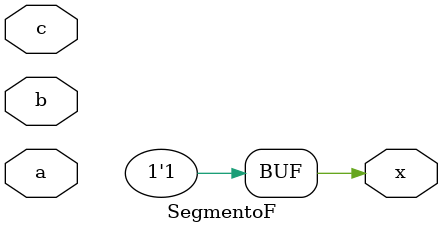
<source format=sv>
module SegmentoF(a,b,c,x);
   input a,b,c;
  output x;
  
  assign x=1;
  
endmodule
</source>
